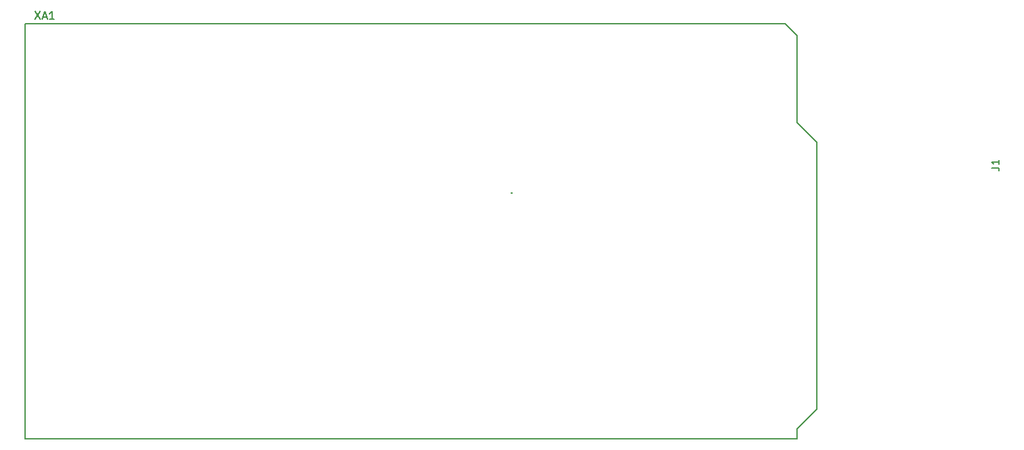
<source format=gbr>
G04 #@! TF.GenerationSoftware,KiCad,Pcbnew,5.1.6*
G04 #@! TF.CreationDate,2021-01-19T19:15:35+01:00*
G04 #@! TF.ProjectId,arduino-wirewrap,61726475-696e-46f2-9d77-697265777261,rev?*
G04 #@! TF.SameCoordinates,Original*
G04 #@! TF.FileFunction,Legend,Top*
G04 #@! TF.FilePolarity,Positive*
%FSLAX46Y46*%
G04 Gerber Fmt 4.6, Leading zero omitted, Abs format (unit mm)*
G04 Created by KiCad (PCBNEW 5.1.6) date 2021-01-19 19:15:35*
%MOMM*%
%LPD*%
G01*
G04 APERTURE LIST*
%ADD10C,0.150000*%
G04 APERTURE END LIST*
D10*
X43225000Y-66470000D02*
X140761000Y-66470000D01*
X43225000Y-119810000D02*
X142285000Y-119810000D01*
X140761000Y-66470000D02*
X142285000Y-67994000D01*
X142285000Y-119810000D02*
X142285000Y-118540000D01*
X142285000Y-118540000D02*
X144825000Y-116000000D01*
X144825000Y-116000000D02*
X144825000Y-81710000D01*
X144825000Y-81710000D02*
X142285000Y-79170000D01*
X142285000Y-79170000D02*
X142285000Y-67994000D01*
X43225000Y-66470000D02*
X43225000Y-119810000D01*
X167237380Y-84983333D02*
X167951666Y-84983333D01*
X168094523Y-85030952D01*
X168189761Y-85126190D01*
X168237380Y-85269047D01*
X168237380Y-85364285D01*
X168237380Y-83983333D02*
X168237380Y-84554761D01*
X168237380Y-84269047D02*
X167237380Y-84269047D01*
X167380238Y-84364285D01*
X167475476Y-84459523D01*
X167523095Y-84554761D01*
X44526904Y-64906380D02*
X45193571Y-65906380D01*
X45193571Y-64906380D02*
X44526904Y-65906380D01*
X45526904Y-65620666D02*
X46003095Y-65620666D01*
X45431666Y-65906380D02*
X45765000Y-64906380D01*
X46098333Y-65906380D01*
X46955476Y-65906380D02*
X46384047Y-65906380D01*
X46669761Y-65906380D02*
X46669761Y-64906380D01*
X46574523Y-65049238D01*
X46479285Y-65144476D01*
X46384047Y-65192095D01*
X105709000Y-88163142D02*
X105756619Y-88210761D01*
X105709000Y-88258380D01*
X105661380Y-88210761D01*
X105709000Y-88163142D01*
X105709000Y-88258380D01*
M02*

</source>
